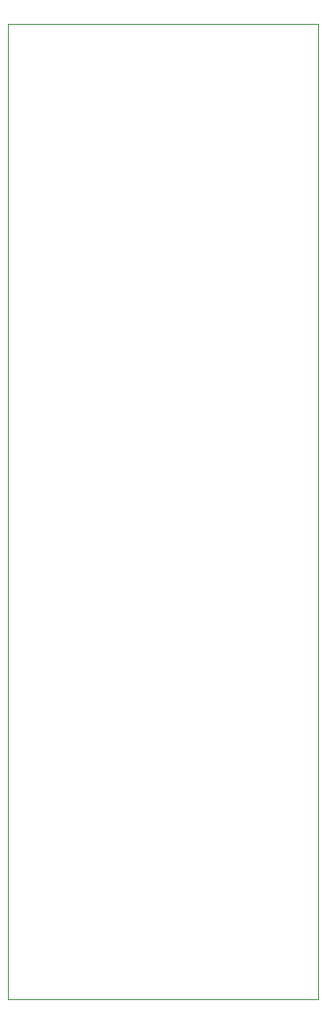
<source format=gm1>
G04 #@! TF.GenerationSoftware,KiCad,Pcbnew,(5.1.10)-1*
G04 #@! TF.CreationDate,2021-11-26T00:00:14+01:00*
G04 #@! TF.ProjectId,clockdiv,636c6f63-6b64-4697-962e-6b696361645f,rev?*
G04 #@! TF.SameCoordinates,Original*
G04 #@! TF.FileFunction,Profile,NP*
%FSLAX46Y46*%
G04 Gerber Fmt 4.6, Leading zero omitted, Abs format (unit mm)*
G04 Created by KiCad (PCBNEW (5.1.10)-1) date 2021-11-26 00:00:14*
%MOMM*%
%LPD*%
G01*
G04 APERTURE LIST*
G04 #@! TA.AperFunction,Profile*
%ADD10C,0.050000*%
G04 #@! TD*
G04 APERTURE END LIST*
D10*
X107696000Y-169418000D02*
X137414000Y-169418000D01*
X107696000Y-76200000D02*
X107696000Y-169418000D01*
X137414000Y-76200000D02*
X107696000Y-76200000D01*
X137414000Y-169418000D02*
X137414000Y-76200000D01*
M02*

</source>
